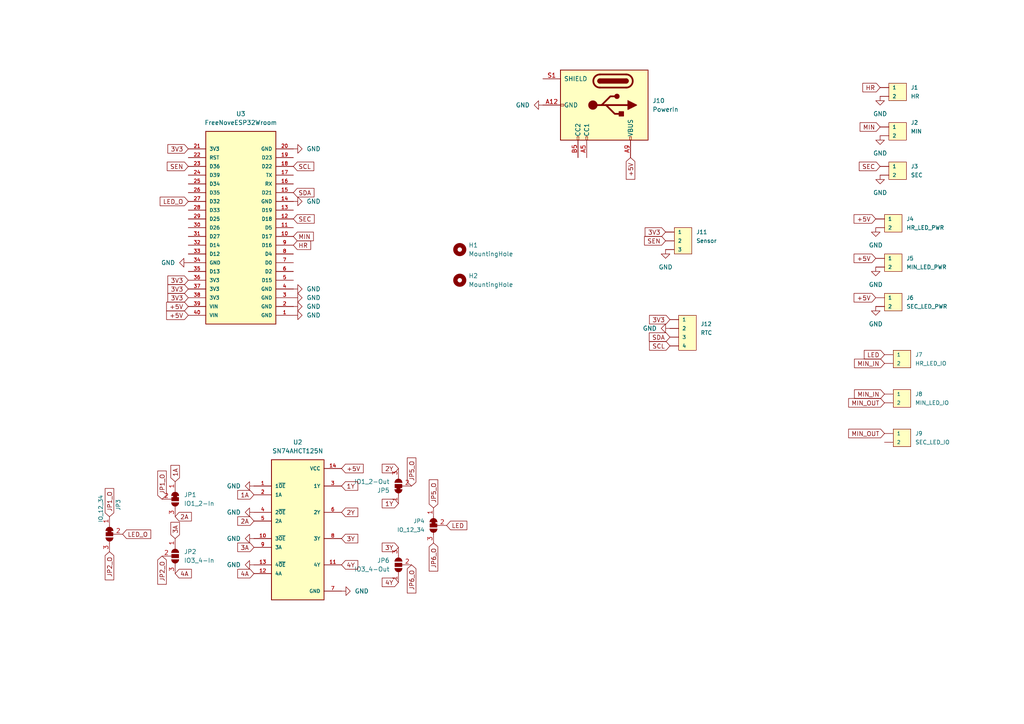
<source format=kicad_sch>
(kicad_sch (version 20230121) (generator eeschema)
  (paper "A4")
  (lib_symbols
    (symbol "CONN_02LOCK_1" (pin_numbers hide) (pin_names (offset 1.016))
      (property "Reference" "J" (at -5.08 5.08 0))
      (property "Value" "CONN_02LOCK" (at -5.08 -3.81 0))
      (property "Field4" "XXX-00000" (at 0 8.89 0))
      (symbol "CONN_02LOCK_1_1_0"
        (rectangle (start 0 -1.27) (end -5.08 3.81) (fill (type background)))
      )
      (symbol "CONN_02LOCK_1_1_1"
        (pin passive line (at 2.54 0 180) (length 2.54) (name "1") (number "1"))
        (pin passive line (at 2.54 2.54 180) (length 2.54) (name "2") (number "2"))
      )
    )
    (symbol "CONN_02LOCK_2" (pin_numbers hide) (pin_names (offset 1.016))
      (property "Reference" "J" (at -5.08 5.08 0))
      (property "Value" "CONN_02LOCK" (at -5.08 -3.81 0))
      (property "Field4" "XXX-00000" (at 0 8.89 0))
      (symbol "CONN_02LOCK_2_1_0"
        (rectangle (start 0 -1.27) (end -5.08 3.81) (fill (type background)))
      )
      (symbol "CONN_02LOCK_2_1_1"
        (pin passive line (at 2.54 0 180) (length 2.54) (name "1") (number "1"))
        (pin passive line (at 2.54 2.54 180) (length 2.54) (name "2") (number "2"))
      )
    )
    (symbol "CONN_02LOCK_3" (pin_numbers hide) (pin_names (offset 1.016))
      (property "Reference" "J" (at -5.08 5.08 0))
      (property "Value" "CONN_02LOCK" (at -5.08 -3.81 0))
      (property "Field4" "XXX-00000" (at 0 8.89 0))
      (symbol "CONN_02LOCK_3_1_0"
        (rectangle (start 0 -1.27) (end -5.08 3.81) (fill (type background)))
      )
      (symbol "CONN_02LOCK_3_1_1"
        (pin passive line (at 2.54 0 180) (length 2.54) (name "1") (number "1"))
        (pin passive line (at 2.54 2.54 180) (length 2.54) (name "2") (number "2"))
      )
    )
    (symbol "CONN_02LOCK_4" (pin_numbers hide) (pin_names (offset 1.016))
      (property "Reference" "J" (at -5.08 5.08 0))
      (property "Value" "CONN_02LOCK" (at -5.08 -3.81 0))
      (property "Field4" "XXX-00000" (at 0 8.89 0))
      (symbol "CONN_02LOCK_4_1_0"
        (rectangle (start 0 -1.27) (end -5.08 3.81) (fill (type background)))
      )
      (symbol "CONN_02LOCK_4_1_1"
        (pin passive line (at 2.54 0 180) (length 2.54) (name "1") (number "1"))
        (pin passive line (at 2.54 2.54 180) (length 2.54) (name "2") (number "2"))
      )
    )
    (symbol "CONN_02LOCK_5" (pin_numbers hide) (pin_names (offset 1.016))
      (property "Reference" "J" (at -5.08 5.08 0))
      (property "Value" "CONN_02LOCK" (at -5.08 -3.81 0))
      (property "Field4" "XXX-00000" (at 0 8.89 0))
      (symbol "CONN_02LOCK_5_1_0"
        (rectangle (start 0 -1.27) (end -5.08 3.81) (fill (type background)))
      )
      (symbol "CONN_02LOCK_5_1_1"
        (pin passive line (at 2.54 0 180) (length 2.54) (name "1") (number "1"))
        (pin passive line (at 2.54 2.54 180) (length 2.54) (name "2") (number "2"))
      )
    )
    (symbol "CONN_02LOCK_6" (pin_numbers hide) (pin_names (offset 1.016))
      (property "Reference" "J" (at -5.08 5.08 0))
      (property "Value" "CONN_02LOCK" (at -5.08 -3.81 0))
      (property "Field4" "XXX-00000" (at 0 8.89 0))
      (symbol "CONN_02LOCK_6_1_0"
        (rectangle (start 0 -1.27) (end -5.08 3.81) (fill (type background)))
      )
      (symbol "CONN_02LOCK_6_1_1"
        (pin passive line (at 2.54 0 180) (length 2.54) (name "1") (number "1"))
        (pin passive line (at 2.54 2.54 180) (length 2.54) (name "2") (number "2"))
      )
    )
    (symbol "CONN_02LOCK_7" (pin_numbers hide) (pin_names (offset 1.016))
      (property "Reference" "J" (at -5.08 5.08 0))
      (property "Value" "CONN_02LOCK" (at -5.08 -3.81 0))
      (property "Field4" "XXX-00000" (at 0 8.89 0))
      (symbol "CONN_02LOCK_7_1_0"
        (rectangle (start 0 -1.27) (end -5.08 3.81) (fill (type background)))
      )
      (symbol "CONN_02LOCK_7_1_1"
        (pin passive line (at 2.54 0 180) (length 2.54) (name "1") (number "1"))
        (pin passive line (at 2.54 2.54 180) (length 2.54) (name "2") (number "2"))
      )
    )
    (symbol "CONN_02LOCK_8" (pin_numbers hide) (pin_names (offset 1.016))
      (property "Reference" "J" (at -5.08 5.08 0))
      (property "Value" "CONN_02LOCK" (at -5.08 -3.81 0))
      (property "Field4" "XXX-00000" (at 0 8.89 0))
      (symbol "CONN_02LOCK_8_1_0"
        (rectangle (start 0 -1.27) (end -5.08 3.81) (fill (type background)))
      )
      (symbol "CONN_02LOCK_8_1_1"
        (pin passive line (at 2.54 0 180) (length 2.54) (name "1") (number "1"))
        (pin passive line (at 2.54 2.54 180) (length 2.54) (name "2") (number "2"))
      )
    )
    (symbol "Connector:USB_C_Receptacle_PowerOnly_6P" (pin_names (offset 1.016))
      (property "Reference" "J" (at 0 16.51 0))
      (property "Value" "USB_C_Receptacle_PowerOnly_6P" (at 0 13.97 0))
      (symbol "USB_C_Receptacle_PowerOnly_6P_0_0"
        (rectangle (start -0.254 -12.7) (end 0.254 -11.684))
        (rectangle (start 10.16 -7.366) (end 9.144 -7.874))
        (rectangle (start 10.16 -4.826) (end 9.144 -5.334))
        (rectangle (start 10.16 7.874) (end 9.144 7.366))
      )
      (symbol "USB_C_Receptacle_PowerOnly_6P_0_1"
        (rectangle (start -10.16 12.7) (end 10.16 -12.7) (stroke (width 0.254)) (fill (type background)))
        (arc (start -8.89 -1.27) (mid -6.985 -3.1667) (end -5.08 -1.27) (stroke (width 0.508)))
        (arc (start -7.62 -1.27) (mid -6.985 -1.9023) (end -6.35 -1.27) (stroke (width 0.254)))
        (arc (start -7.62 -1.27) (mid -6.985 -1.9023) (end -6.35 -1.27) (stroke (width 0.254)) (fill (type outline)))
        (rectangle (start -7.62 -1.27) (end -6.35 6.35) (stroke (width 0.254)) (fill (type outline)))
        (arc (start -6.35 6.35) (mid -6.985 6.9823) (end -7.62 6.35) (stroke (width 0.254)))
        (arc (start -6.35 6.35) (mid -6.985 6.9823) (end -7.62 6.35) (stroke (width 0.254)) (fill (type outline)))
        (arc (start -5.08 6.35) (mid -6.985 8.2467) (end -8.89 6.35) (stroke (width 0.508)))
        (circle (center -2.54 3.683) (radius 0.635) (stroke (width 0.254)) (fill (type outline)))
        (circle (center 0 -3.302) (radius 1.27) (fill (type outline)))
        (polyline (pts (xy -8.89 -1.27) (xy -8.89 6.35)) (stroke (width 0.508)))
        (polyline (pts (xy -5.08 6.35) (xy -5.08 -1.27)) (stroke (width 0.508)))
        (polyline (pts (xy 0 -3.302) (xy 0 6.858)) (stroke (width 0.508)))
        (polyline (pts (xy 0 -0.762) (xy -2.54 1.778) (xy -2.54 3.048)) (stroke (width 0.508)))
        (polyline (pts (xy 0 0.508) (xy 2.54 3.048) (xy 2.54 4.318)) (stroke (width 0.508)))
        (polyline (pts (xy -1.27 6.858) (xy 0 9.398) (xy 1.27 6.858) (xy -1.27 6.858)) (stroke (width 0.254)) (fill (type outline)))
        (rectangle (start 1.905 4.318) (end 3.175 5.588) (stroke (width 0.254)) (fill (type outline)))
      )
      (symbol "USB_C_Receptacle_PowerOnly_6P_1_1"
        (pin passive line (at 0 -17.78 90) (length 5.08) (name "GND") (number "A12"))
        (pin bidirectional line (at 15.24 -5.08 180) (length 5.08) (name "CC1") (number "A5"))
        (pin passive line (at 15.24 7.62 180) (length 5.08) (name "VBUS") (number "A9"))
        (pin passive line (at 0 -17.78 90) (length 5.08) hide (name "GND") (number "B12"))
        (pin bidirectional line (at 15.24 -7.62 180) (length 5.08) (name "CC2") (number "B5"))
        (pin passive line (at 15.24 7.62 180) (length 5.08) hide (name "VBUS") (number "B9"))
        (pin passive line (at -7.62 -17.78 90) (length 5.08) (name "SHIELD") (number "S1"))
      )
    )
    (symbol "FreeNoveESP32Wroom:FreeNoveESP32Wroom" (pin_names (offset 1.016))
      (property "Reference" "U" (at -10.16 30.48 0))
      (property "Value" "FreeNoveESP32Wroom" (at -10.16 -30.48 0))
      (symbol "FreeNoveESP32Wroom_0_0"
        (rectangle (start -10.16 27.94) (end 10.16 -27.94) (stroke (width 0.254)) (fill (type background)))
      )
      (symbol "FreeNoveESP32Wroom_1_0"
        (pin power_in line (at 15.24 -25.4 180) (length 5.08) (name "GND") (number "1"))
        (pin bidirectional line (at 15.24 -2.54 180) (length 5.08) (name "D17") (number "10"))
        (pin bidirectional line (at 15.24 0 180) (length 5.08) (name "D5") (number "11"))
        (pin bidirectional line (at 15.24 2.54 180) (length 5.08) (name "D18") (number "12"))
        (pin bidirectional line (at 15.24 5.08 180) (length 5.08) (name "D19") (number "13"))
        (pin power_in line (at 15.24 7.62 180) (length 5.08) (name "GND") (number "14"))
        (pin bidirectional line (at 15.24 10.16 180) (length 5.08) (name "D21") (number "15"))
        (pin input line (at 15.24 12.7 180) (length 5.08) (name "RX") (number "16"))
        (pin output line (at 15.24 15.24 180) (length 5.08) (name "TX") (number "17"))
        (pin bidirectional line (at 15.24 17.78 180) (length 5.08) (name "D22") (number "18"))
        (pin bidirectional line (at 15.24 20.32 180) (length 5.08) (name "D23") (number "19"))
        (pin power_in line (at 15.24 -22.86 180) (length 5.08) (name "GND") (number "2"))
        (pin power_in line (at 15.24 22.86 180) (length 5.08) (name "GND") (number "20"))
        (pin output line (at -15.24 22.86 0) (length 5.08) (name "3V3") (number "21"))
        (pin bidirectional line (at -15.24 20.32 0) (length 5.08) (name "RST") (number "22"))
        (pin bidirectional line (at -15.24 17.78 0) (length 5.08) (name "D36") (number "23"))
        (pin bidirectional line (at -15.24 15.24 0) (length 5.08) (name "D39") (number "24"))
        (pin bidirectional line (at -15.24 12.7 0) (length 5.08) (name "D34") (number "25"))
        (pin bidirectional line (at -15.24 10.16 0) (length 5.08) (name "D35") (number "26"))
        (pin bidirectional line (at -15.24 7.62 0) (length 5.08) (name "D32") (number "27"))
        (pin bidirectional line (at -15.24 5.08 0) (length 5.08) (name "D33") (number "28"))
        (pin bidirectional line (at -15.24 2.54 0) (length 5.08) (name "D25") (number "29"))
        (pin power_in line (at 15.24 -20.32 180) (length 5.08) (name "GND") (number "3"))
        (pin bidirectional line (at -15.24 0 0) (length 5.08) (name "D26") (number "30"))
        (pin bidirectional line (at -15.24 -2.54 0) (length 5.08) (name "D27") (number "31"))
        (pin bidirectional line (at -15.24 -5.08 0) (length 5.08) (name "D14") (number "32"))
        (pin bidirectional line (at -15.24 -7.62 0) (length 5.08) (name "D12") (number "33"))
        (pin power_in line (at -15.24 -10.16 0) (length 5.08) (name "GND") (number "34"))
        (pin bidirectional line (at -15.24 -12.7 0) (length 5.08) (name "D13") (number "35"))
        (pin output line (at -15.24 -15.24 0) (length 5.08) (name "3V3") (number "36"))
        (pin output line (at -15.24 -17.78 0) (length 5.08) (name "3V3") (number "37"))
        (pin output line (at -15.24 -20.32 0) (length 5.08) (name "3V3") (number "38"))
        (pin input line (at -15.24 -22.86 0) (length 5.08) (name "VIN") (number "39"))
        (pin power_in line (at 15.24 -17.78 180) (length 5.08) (name "GND") (number "4"))
        (pin input line (at -15.24 -25.4 0) (length 5.08) (name "VIN") (number "40"))
        (pin bidirectional line (at 15.24 -15.24 180) (length 5.08) (name "D15") (number "5"))
        (pin bidirectional line (at 15.24 -12.7 180) (length 5.08) (name "D2") (number "6"))
        (pin bidirectional line (at 15.24 -10.16 180) (length 5.08) (name "D0") (number "7"))
        (pin bidirectional line (at 15.24 -7.62 180) (length 5.08) (name "D4") (number "8"))
        (pin bidirectional line (at 15.24 -5.08 180) (length 5.08) (name "D16") (number "9"))
      )
    )
    (symbol "Jumper:SolderJumper_3_Bridged12" (pin_names (offset 0) hide)
      (property "Reference" "JP" (at -2.54 -2.54 0))
      (property "Value" "SolderJumper_3_Bridged12" (at 0 2.794 0))
      (symbol "SolderJumper_3_Bridged12_0_1"
        (rectangle (start -1.016 0.508) (end -0.508 -0.508) (fill (type outline)))
        (arc (start -1.016 1.016) (mid -2.0276 0) (end -1.016 -1.016))
        (arc (start -1.016 1.016) (mid -2.0276 0) (end -1.016 -1.016) (fill (type outline)))
        (rectangle (start -0.508 1.016) (end 0.508 -1.016) (fill (type outline)))
        (polyline (pts (xy -2.54 0) (xy -2.032 0)))
        (polyline (pts (xy -1.016 1.016) (xy -1.016 -1.016)))
        (polyline (pts (xy 0 -1.27) (xy 0 -1.016)))
        (polyline (pts (xy 1.016 1.016) (xy 1.016 -1.016)))
        (polyline (pts (xy 2.54 0) (xy 2.032 0)))
        (arc (start 1.016 -1.016) (mid 2.0276 0) (end 1.016 1.016))
        (arc (start 1.016 -1.016) (mid 2.0276 0) (end 1.016 1.016) (fill (type outline)))
      )
      (symbol "SolderJumper_3_Bridged12_1_1"
        (pin passive line (at -5.08 0 0) (length 2.54) (name "A") (number "1"))
        (pin passive line (at 0 -3.81 90) (length 2.54) (name "C") (number "2"))
        (pin passive line (at 5.08 0 180) (length 2.54) (name "B") (number "3"))
      )
    )
    (symbol "Jumper:SolderJumper_3_Open" (pin_names (offset 0) hide)
      (property "Reference" "JP" (at -2.54 -2.54 0))
      (property "Value" "SolderJumper_3_Open" (at 0 2.794 0))
      (symbol "SolderJumper_3_Open_0_1"
        (arc (start -1.016 1.016) (mid -2.0276 0) (end -1.016 -1.016))
        (arc (start -1.016 1.016) (mid -2.0276 0) (end -1.016 -1.016) (fill (type outline)))
        (rectangle (start -0.508 1.016) (end 0.508 -1.016) (fill (type outline)))
        (polyline (pts (xy -2.54 0) (xy -2.032 0)))
        (polyline (pts (xy -1.016 1.016) (xy -1.016 -1.016)))
        (polyline (pts (xy 0 -1.27) (xy 0 -1.016)))
        (polyline (pts (xy 1.016 1.016) (xy 1.016 -1.016)))
        (polyline (pts (xy 2.54 0) (xy 2.032 0)))
        (arc (start 1.016 -1.016) (mid 2.0276 0) (end 1.016 1.016))
        (arc (start 1.016 -1.016) (mid 2.0276 0) (end 1.016 1.016) (fill (type outline)))
      )
      (symbol "SolderJumper_3_Open_1_1"
        (pin passive line (at -5.08 0 0) (length 2.54) (name "A") (number "1"))
        (pin passive line (at 0 -3.81 90) (length 2.54) (name "C") (number "2"))
        (pin passive line (at 5.08 0 180) (length 2.54) (name "B") (number "3"))
      )
    )
    (symbol "Mechanical:MountingHole" (pin_names (offset 1.016))
      (property "Reference" "H" (at 0 5.08 0))
      (property "Value" "MountingHole" (at 0 3.175 0))
      (symbol "MountingHole_0_1"
        (circle (center 0 0) (radius 1.27) (stroke (width 1.27)))
      )
    )
    (symbol "SN74AHCT125N:SN74AHCT125N" (pin_names (offset 1.016))
      (property "Reference" "U" (at -7.62 21.082 0))
      (property "Value" "SN74AHCT125N" (at -7.62 -22.86 0))
      (symbol "SN74AHCT125N_0_0"
        (rectangle (start -7.62 -20.32) (end 7.62 20.32) (stroke (width 0.254)) (fill (type background)))
        (pin input line (at -12.7 12.7 0) (length 5.08) (name "1~{OE}") (number "1"))
        (pin input line (at -12.7 -2.54 0) (length 5.08) (name "3~{OE}") (number "10"))
        (pin output line (at 12.7 -10.16 180) (length 5.08) (name "4Y") (number "11"))
        (pin input line (at -12.7 -12.7 0) (length 5.08) (name "4A") (number "12"))
        (pin input line (at -12.7 -10.16 0) (length 5.08) (name "4~{OE}") (number "13"))
        (pin power_in line (at 12.7 17.78 180) (length 5.08) (name "VCC") (number "14"))
        (pin input line (at -12.7 10.16 0) (length 5.08) (name "1A") (number "2"))
        (pin output line (at 12.7 12.7 180) (length 5.08) (name "1Y") (number "3"))
        (pin input line (at -12.7 5.08 0) (length 5.08) (name "2~{OE}") (number "4"))
        (pin input line (at -12.7 2.54 0) (length 5.08) (name "2A") (number "5"))
        (pin output line (at 12.7 5.08 180) (length 5.08) (name "2Y") (number "6"))
        (pin power_in line (at 12.7 -17.78 180) (length 5.08) (name "GND") (number "7"))
        (pin output line (at 12.7 -2.54 180) (length 5.08) (name "3Y") (number "8"))
        (pin input line (at -12.7 -5.08 0) (length 5.08) (name "3A") (number "9"))
      )
    )
    (symbol "SparkFun-Connectors:CONN_02LOCK" (pin_numbers hide) (pin_names (offset 1.016))
      (property "Reference" "J" (at -5.08 5.08 0))
      (property "Value" "CONN_02LOCK" (at -5.08 -3.81 0))
      (property "Field4" "XXX-00000" (at 0 8.89 0))
      (symbol "CONN_02LOCK_1_0"
        (rectangle (start 0 -1.27) (end -5.08 3.81) (fill (type background)))
      )
      (symbol "CONN_02LOCK_1_1"
        (pin passive line (at 2.54 0 180) (length 2.54) (name "1") (number "1"))
        (pin passive line (at 2.54 2.54 180) (length 2.54) (name "2") (number "2"))
      )
    )
    (symbol "SparkFun-Connectors:CONN_03LOCK" (pin_numbers hide) (pin_names (offset 1.016))
      (property "Reference" "J" (at -3.81 7.62 0))
      (property "Value" "CONN_03LOCK" (at -3.81 -3.81 0))
      (property "Field4" "XXX-00000" (at 0 11.43 0))
      (symbol "CONN_03LOCK_0_1"
        (rectangle (start 1.27 -1.27) (end -3.81 6.35) (fill (type background)))
      )
      (symbol "CONN_03LOCK_1_1"
        (pin passive line (at 3.81 0 180) (length 2.54) (name "1") (number "1"))
        (pin passive line (at 3.81 2.54 180) (length 2.54) (name "2") (number "2"))
        (pin passive line (at 3.81 5.08 180) (length 2.54) (name "3") (number "3"))
      )
    )
    (symbol "SparkFun-Connectors:CONN_04" (pin_numbers hide) (pin_names (offset 1.016))
      (property "Reference" "J" (at -5.08 10.16 0))
      (property "Value" "CONN_04" (at -5.08 -3.81 0))
      (property "Field4" "CONN-09696" (at 0 13.97 0))
      (symbol "CONN_04_0_1"
        (rectangle (start 0 -1.27) (end -5.08 8.89) (fill (type background)))
      )
      (symbol "CONN_04_1_1"
        (pin passive line (at 2.54 0 180) (length 2.54) (name "1") (number "1"))
        (pin passive line (at 2.54 2.54 180) (length 2.54) (name "2") (number "2"))
        (pin passive line (at 2.54 5.08 180) (length 2.54) (name "3") (number "3"))
        (pin passive line (at 2.54 7.62 180) (length 2.54) (name "4") (number "4"))
      )
    )
    (symbol "power:GND" (power) (pin_names (offset 0))
      (property "Value" "GND" (at 0 -3.81 0))
      (symbol "GND_0_1"
        (polyline (pts (xy 0 0) (xy 0 -1.27) (xy 1.27 -1.27) (xy 0 -2.54) (xy -1.27 -1.27) (xy 0 -1.27)))
      )
      (symbol "GND_1_1"
        (pin power_in line (at 0 0 270) (length 0) hide (name "GND") (number "1"))
      )
    )
  )
  (global_label "3V3" (shape input) (at 54.61 86.36 180) (property "Intersheetrefs" "${INTERSHEET_REFS}" (effects hide)))
  (global_label "1A" (shape input) (at 73.66 143.51 180) (property "Intersheetrefs" "${INTERSHEET_REFS}" (effects hide)))
  (global_label "SEC" (shape input) (at 85.09 63.5 0) (property "Intersheetrefs" "${INTERSHEET_REFS}" (effects hide)))
  (global_label "2A" (shape input) (at 73.66 151.13 180) (property "Intersheetrefs" "${INTERSHEET_REFS}" (effects hide)))
  (global_label "+5V" (shape input) (at 99.06 135.89 0) (property "Intersheetrefs" "${INTERSHEET_REFS}" (effects hide)))
  (global_label "JP2_O" (shape input) (at 31.75 160.02 270) (property "Intersheetrefs" "${INTERSHEET_REFS}" (effects hide)))
  (global_label "HR" (shape input) (at 85.09 71.12 0) (property "Intersheetrefs" "${INTERSHEET_REFS}" (effects hide)))
  (global_label "SCL" (shape input) (at 194.31 100.33 180) (property "Intersheetrefs" "${INTERSHEET_REFS}" (effects hide)))
  (global_label "JP1_O" (shape input) (at 31.75 149.86 90) (property "Intersheetrefs" "${INTERSHEET_REFS}" (effects hide)))
  (global_label "SDA" (shape input) (at 85.09 55.88 0) (property "Intersheetrefs" "${INTERSHEET_REFS}" (effects hide)))
  (global_label "+5V" (shape input) (at 254 86.36 180) (property "Intersheetrefs" "${INTERSHEET_REFS}" (effects hide)))
  (global_label "1Y" (shape input) (at 115.57 146.05 180) (property "Intersheetrefs" "${INTERSHEET_REFS}" (effects hide)))
  (global_label "HR" (shape input) (at 255.27 25.4 180) (property "Intersheetrefs" "${INTERSHEET_REFS}" (effects hide)))
  (global_label "3A" (shape input) (at 73.66 158.75 180) (property "Intersheetrefs" "${INTERSHEET_REFS}" (effects hide)))
  (global_label "4A" (shape input) (at 50.8 166.37 0) (property "Intersheetrefs" "${INTERSHEET_REFS}" (effects hide)))
  (global_label "LED" (shape input) (at 129.54 152.4 0) (property "Intersheetrefs" "${INTERSHEET_REFS}" (effects hide)))
  (global_label "3Y" (shape input) (at 115.57 158.75 180) (property "Intersheetrefs" "${INTERSHEET_REFS}" (effects hide)))
  (global_label "1Y" (shape input) (at 99.06 140.97 0) (property "Intersheetrefs" "${INTERSHEET_REFS}" (effects hide)))
  (global_label "JP6_O" (shape input) (at 119.38 163.83 270) (property "Intersheetrefs" "${INTERSHEET_REFS}" (effects hide)))
  (global_label "2A" (shape input) (at 50.8 149.86 0) (property "Intersheetrefs" "${INTERSHEET_REFS}" (effects hide)))
  (global_label "SEC" (shape input) (at 255.27 48.26 180) (property "Intersheetrefs" "${INTERSHEET_REFS}" (effects hide)))
  (global_label "SDA" (shape input) (at 194.31 97.79 180) (property "Intersheetrefs" "${INTERSHEET_REFS}" (effects hide)))
  (global_label "LED_O" (shape input) (at 35.56 154.94 0) (property "Intersheetrefs" "${INTERSHEET_REFS}" (effects hide)))
  (global_label "+5V" (shape input) (at 54.61 91.44 180) (property "Intersheetrefs" "${INTERSHEET_REFS}" (effects hide)))
  (global_label "4Y" (shape input) (at 115.57 168.91 180) (property "Intersheetrefs" "${INTERSHEET_REFS}" (effects hide)))
  (global_label "4Y" (shape input) (at 99.06 163.83 0) (property "Intersheetrefs" "${INTERSHEET_REFS}" (effects hide)))
  (global_label "3A" (shape input) (at 50.8 156.21 90) (property "Intersheetrefs" "${INTERSHEET_REFS}" (effects hide)))
  (global_label "4A" (shape input) (at 73.66 166.37 180) (property "Intersheetrefs" "${INTERSHEET_REFS}" (effects hide)))
  (global_label "JP5_O" (shape input) (at 125.73 147.32 90) (property "Intersheetrefs" "${INTERSHEET_REFS}" (effects hide)))
  (global_label "+5V" (shape input) (at 254 74.93 180) (property "Intersheetrefs" "${INTERSHEET_REFS}" (effects hide)))
  (global_label "3Y" (shape input) (at 99.06 156.21 0) (property "Intersheetrefs" "${INTERSHEET_REFS}" (effects hide)))
  (global_label "3V3" (shape input) (at 193.04 67.31 180) (property "Intersheetrefs" "${INTERSHEET_REFS}" (effects hide)))
  (global_label "3V3" (shape input) (at 194.31 92.71 180) (property "Intersheetrefs" "${INTERSHEET_REFS}" (effects hide)))
  (global_label "MIN_IN" (shape input) (at 256.54 114.3 180) (property "Intersheetrefs" "${INTERSHEET_REFS}" (effects hide)))
  (global_label "3V3" (shape input) (at 54.61 81.28 180) (property "Intersheetrefs" "${INTERSHEET_REFS}" (effects hide)))
  (global_label "LED" (shape input) (at 256.54 102.87 180) (property "Intersheetrefs" "${INTERSHEET_REFS}" (effects hide)))
  (global_label "+5V" (shape input) (at 182.88 45.72 270) (property "Intersheetrefs" "${INTERSHEET_REFS}" (effects hide)))
  (global_label "MIN_IN" (shape input) (at 256.54 105.41 180) (property "Intersheetrefs" "${INTERSHEET_REFS}" (effects hide)))
  (global_label "SEN" (shape input) (at 54.61 48.26 180) (property "Intersheetrefs" "${INTERSHEET_REFS}" (effects hide)))
  (global_label "1A" (shape input) (at 50.8 139.7 90) (property "Intersheetrefs" "${INTERSHEET_REFS}" (effects hide)))
  (global_label "3V3" (shape input) (at 54.61 43.18 180) (property "Intersheetrefs" "${INTERSHEET_REFS}" (effects hide)))
  (global_label "MIN_OUT" (shape input) (at 256.54 125.73 180) (property "Intersheetrefs" "${INTERSHEET_REFS}" (effects hide)))
  (global_label "JP2_O" (shape input) (at 46.99 161.29 270) (property "Intersheetrefs" "${INTERSHEET_REFS}" (effects hide)))
  (global_label "SCL" (shape input) (at 85.09 48.26 0) (property "Intersheetrefs" "${INTERSHEET_REFS}" (effects hide)))
  (global_label "+5V" (shape input) (at 254 63.5 180) (property "Intersheetrefs" "${INTERSHEET_REFS}" (effects hide)))
  (global_label "2Y" (shape input) (at 115.57 135.89 180) (property "Intersheetrefs" "${INTERSHEET_REFS}" (effects hide)))
  (global_label "JP5_O" (shape input) (at 119.38 140.97 90) (property "Intersheetrefs" "${INTERSHEET_REFS}" (effects hide)))
  (global_label "MIN_OUT" (shape input) (at 256.54 116.84 180) (property "Intersheetrefs" "${INTERSHEET_REFS}" (effects hide)))
  (global_label "JP1_O" (shape input) (at 46.99 144.78 90) (property "Intersheetrefs" "${INTERSHEET_REFS}" (effects hide)))
  (global_label "+5V" (shape input) (at 54.61 88.9 180) (property "Intersheetrefs" "${INTERSHEET_REFS}" (effects hide)))
  (global_label "MIN" (shape input) (at 255.27 36.83 180) (property "Intersheetrefs" "${INTERSHEET_REFS}" (effects hide)))
  (global_label "JP6_O" (shape input) (at 125.73 157.48 270) (property "Intersheetrefs" "${INTERSHEET_REFS}" (effects hide)))
  (global_label "SEN" (shape input) (at 193.04 69.85 180) (property "Intersheetrefs" "${INTERSHEET_REFS}" (effects hide)))
  (global_label "3V3" (shape input) (at 54.61 83.82 180) (property "Intersheetrefs" "${INTERSHEET_REFS}" (effects hide)))
  (global_label "MIN" (shape input) (at 85.09 68.58 0) (property "Intersheetrefs" "${INTERSHEET_REFS}" (effects hide)))
  (global_label "2Y" (shape input) (at 99.06 148.59 0) (property "Intersheetrefs" "${INTERSHEET_REFS}" (effects hide)))
  (global_label "LED_O" (shape input) (at 54.61 58.42 180) (property "Intersheetrefs" "${INTERSHEET_REFS}" (effects hide)))
  (symbol (lib_id "power:GND") (at 193.04 72.39 0) (unit 1)
    (property "Reference" "#PWR014" (effects hide))
    (property "Value" "GND" (at 193.04 77.47 0))
  )
  (symbol (lib_name "CONN_02LOCK_2") (lib_id "SparkFun-Connectors:CONN_02LOCK") (at 257.81 48.26 180) (unit 1)
    (property "Reference" "J3" (at 264.16 48.26 0) (effects (font (size 1.143 1.143)) (justify right)))
    (property "Value" "SEC" (at 264.16 50.8 0) (effects (font (size 1.143 1.143)) (justify right)))
    (property "Footprint" "SparkFun-Connector:SCREWTERMINAL-3.5MM-2" (effects hide))
  )
  (symbol (lib_id "power:GND") (at 157.48 30.48 270) (unit 1)
    (property "Reference" "#PWR013" (effects hide))
    (property "Value" "GND" (at 153.67 30.48 90) (effects (justify right)))
  )
  (symbol (lib_id "Mechanical:MountingHole") (at 133.35 81.28 0) (unit 1)
    (property "Reference" "H2" (at 135.89 80.01 0) (effects (justify left)))
    (property "Value" "MountingHole" (at 135.89 82.55 0) (effects (justify left)))
    (property "Footprint" "MountingHole:MountingHole_3mm" (effects hide))
  )
  (symbol (lib_id "power:GND") (at 54.61 76.2 270) (unit 1)
    (property "Reference" "#PWR019" (effects hide))
    (property "Value" "GND" (at 50.8 76.2 90) (effects (justify right)))
  )
  (symbol (lib_id "Jumper:SolderJumper_3_Bridged12") (at 31.75 154.94 90) (mirror x) (unit 1)
    (property "Reference" "JP3" (at 34.29 144.78 0) (effects (font (size 1.143 1.143)) (justify left)))
    (property "Value" "IO_12_34" (at 29.21 143.51 0) (effects (font (size 1.143 1.143)) (justify left)))
    (property "Footprint" "Jumper:SolderJumper-3_P1.3mm_Bridged2Bar12_Pad1.0x1.5mm_NumberLabels" (effects hide))
  )
  (symbol (lib_id "power:GND") (at 85.09 88.9 90) (unit 1)
    (property "Reference" "#PWR016" (effects hide))
    (property "Value" "GND" (at 88.9 88.9 90) (effects (justify right)))
  )
  (symbol (lib_id "SparkFun-Connectors:CONN_02LOCK") (at 257.81 25.4 180) (unit 1)
    (property "Reference" "J1" (at 264.16 25.4 0) (effects (font (size 1.143 1.143)) (justify right)))
    (property "Value" "HR" (at 264.16 27.94 0) (effects (font (size 1.143 1.143)) (justify right)))
    (property "Footprint" "SparkFun-Connector:SCREWTERMINAL-3.5MM-2" (effects hide))
  )
  (symbol (lib_id "power:GND") (at 254 66.04 0) (unit 1)
    (property "Reference" "#PWR05" (effects hide))
    (property "Value" "GND" (at 254 71.12 0))
  )
  (symbol (lib_id "power:GND") (at 255.27 50.8 0) (unit 1)
    (property "Reference" "#PWR02" (effects hide))
    (property "Value" "GND" (at 255.27 55.88 0))
  )
  (symbol (lib_id "Jumper:SolderJumper_3_Open") (at 50.8 161.29 270) (unit 1)
    (property "Reference" "JP2" (at 53.34 160.02 90) (effects (justify left)))
    (property "Value" "IO3_4-In" (at 53.34 162.56 90) (effects (justify left)))
    (property "Footprint" "Jumper:SolderJumper-3_P1.3mm_Open_Pad1.0x1.5mm_NumberLabels" (effects hide))
  )
  (symbol (lib_id "power:GND") (at 73.66 163.83 270) (unit 1)
    (property "Reference" "#PWR012" (effects hide))
    (property "Value" "GND" (at 69.85 163.83 90) (effects (justify right)))
  )
  (symbol (lib_id "power:GND") (at 85.09 86.36 90) (unit 1)
    (property "Reference" "#PWR017" (effects hide))
    (property "Value" "GND" (at 88.9 86.36 90) (effects (justify right)))
  )
  (symbol (lib_id "power:GND") (at 194.31 95.25 270) (unit 1)
    (property "Reference" "#PWR015" (effects hide))
    (property "Value" "GND" (at 190.5 95.25 90) (effects (justify right)))
  )
  (symbol (lib_id "power:GND") (at 254 88.9 0) (unit 1)
    (property "Reference" "#PWR07" (effects hide))
    (property "Value" "GND" (at 254 93.98 0))
  )
  (symbol (lib_id "power:GND") (at 99.06 171.45 90) (unit 1)
    (property "Reference" "#PWR08" (effects hide))
    (property "Value" "GND" (at 102.87 171.45 90) (effects (justify right)))
  )
  (symbol (lib_name "CONN_02LOCK_7") (lib_id "SparkFun-Connectors:CONN_02LOCK") (at 259.08 114.3 180) (unit 1)
    (property "Reference" "J8" (at 265.43 114.3 0) (effects (font (size 1.143 1.143)) (justify right)))
    (property "Value" "MIN_LED_IO" (at 265.43 116.84 0) (effects (font (size 1.143 1.143)) (justify right)))
    (property "Footprint" "SparkFun-Connector:SCREWTERMINAL-3.5MM-2" (effects hide))
  )
  (symbol (lib_id "Jumper:SolderJumper_3_Bridged12") (at 50.8 144.78 270) (unit 1)
    (property "Reference" "JP1" (at 53.34 143.51 90) (effects (justify left)))
    (property "Value" "IO1_2-In" (at 53.34 146.05 90) (effects (justify left)))
    (property "Footprint" "Jumper:SolderJumper-3_P1.3mm_Bridged2Bar12_Pad1.0x1.5mm_NumberLabels" (effects hide))
  )
  (symbol (lib_name "CONN_02LOCK_1") (lib_id "SparkFun-Connectors:CONN_02LOCK") (at 257.81 36.83 180) (unit 1)
    (property "Reference" "J2" (at 264.16 35.56 0) (effects (font (size 1.143 1.143)) (justify right)))
    (property "Value" "MIN" (at 264.16 38.1 0) (effects (font (size 1.143 1.143)) (justify right)))
    (property "Footprint" "SparkFun-Connector:SCREWTERMINAL-3.5MM-2" (effects hide))
  )
  (symbol (lib_name "CONN_02LOCK_8") (lib_id "SparkFun-Connectors:CONN_02LOCK") (at 259.08 125.73 180) (unit 1)
    (property "Reference" "J9" (at 265.43 125.73 0) (effects (font (size 1.143 1.143)) (justify right)))
    (property "Value" "SEC_LED_IO" (at 265.43 128.27 0) (effects (font (size 1.143 1.143)) (justify right)))
    (property "Footprint" "SparkFun-Connector:SCREWTERMINAL-3.5MM-2" (effects hide))
  )
  (symbol (lib_id "Jumper:SolderJumper_3_Open") (at 115.57 163.83 90) (unit 1)
    (property "Reference" "JP6" (at 113.03 162.56 90) (effects (justify left)))
    (property "Value" "IO3_4-Out" (at 113.03 165.1 90) (effects (justify left)))
    (property "Footprint" "Jumper:SolderJumper-3_P1.3mm_Open_Pad1.0x1.5mm_NumberLabels" (effects hide))
  )
  (symbol (lib_name "CONN_02LOCK_6") (lib_id "SparkFun-Connectors:CONN_02LOCK") (at 259.08 102.87 180) (unit 1)
    (property "Reference" "J7" (at 265.43 102.87 0) (effects (font (size 1.143 1.143)) (justify right)))
    (property "Value" "HR_LED_IO" (at 265.43 105.41 0) (effects (font (size 1.143 1.143)) (justify right)))
    (property "Footprint" "SparkFun-Connector:SCREWTERMINAL-3.5MM-2" (effects hide))
  )
  (symbol (lib_id "power:GND") (at 85.09 43.18 90) (unit 1)
    (property "Reference" "#PWR020" (effects hide))
    (property "Value" "GND" (at 88.9 43.18 90) (effects (justify right)))
  )
  (symbol (lib_name "CONN_02LOCK_3") (lib_id "SparkFun-Connectors:CONN_02LOCK") (at 256.54 74.93 180) (unit 1)
    (property "Reference" "J5" (at 262.89 74.93 0) (effects (font (size 1.143 1.143)) (justify right)))
    (property "Value" "MIN_LED_PWR" (at 262.89 77.47 0) (effects (font (size 1.143 1.143)) (justify right)))
    (property "Footprint" "SparkFun-Connector:SCREWTERMINAL-3.5MM-2" (effects hide))
  )
  (symbol (lib_id "Mechanical:MountingHole") (at 133.35 72.39 0) (unit 1)
    (property "Reference" "H1" (at 135.89 71.12 0) (effects (justify left)))
    (property "Value" "MountingHole" (at 135.89 73.66 0) (effects (justify left)))
    (property "Footprint" "MountingHole:MountingHole_3mm" (effects hide))
  )
  (symbol (lib_id "power:GND") (at 254 77.47 0) (unit 1)
    (property "Reference" "#PWR06" (effects hide))
    (property "Value" "GND" (at 254 82.55 0))
  )
  (symbol (lib_id "power:GND") (at 85.09 58.42 90) (unit 1)
    (property "Reference" "#PWR021" (effects hide))
    (property "Value" "GND" (at 88.9 58.42 90) (effects (justify right)))
  )
  (symbol (lib_id "power:GND") (at 73.66 140.97 270) (unit 1)
    (property "Reference" "#PWR010" (effects hide))
    (property "Value" "GND" (at 69.85 140.97 90) (effects (justify right)))
  )
  (symbol (lib_id "power:GND") (at 73.66 148.59 270) (unit 1)
    (property "Reference" "#PWR09" (effects hide))
    (property "Value" "GND" (at 69.85 148.59 90) (effects (justify right)))
  )
  (symbol (lib_id "SN74AHCT125N:SN74AHCT125N") (at 86.36 153.67 0) (unit 1)
    (property "Reference" "U2" (at 86.36 128.27 0))
    (property "Value" "SN74AHCT125N" (at 86.36 130.81 0))
    (property "Footprint" "Symbols:DIP794W45P254L1930H508Q14" (effects hide))
    (property "MF" "Texas Instruments" (effects hide))
    (property "MAXIMUM_PACKAGE_HEIGHT" "5.08mm" (effects hide))
    (property "Package" "PDIP-14 Texas Instruments" (effects hide))
    (property "Price" "None" (effects hide))
    (property "Check_prices" "https://www.snapeda.com/parts/SN74AHCT125N/Texas+Instruments/view-part/?ref=eda" (effects hide))
    (property "STANDARD" "Manufacturer Recommendations" (effects hide))
    (property "PARTREV" "Q" (effects hide))
    (property "SnapEDA_Link" "https://www.snapeda.com/parts/SN74AHCT125N/Texas+Instruments/view-part/?ref=snap" (effects hide))
    (property "MP" "SN74AHCT125N" (effects hide))
    (property "Purchase-URL" "https://www.snapeda.com/api/url_track_click_mouser/?unipart_id=342493&manufacturer=Texas Instruments&part_name=SN74AHCT125N&search_term=None" (effects hide))
    (property "Description" "\n4-ch, 4.5-V to 5.5-V buffers with TTL-compatible CMOS inputs and 3-state outputs\n" (effects hide))
    (property "Availability" "In Stock" (effects hide))
    (property "MANUFACTURER" "Texas Instruments" (effects hide))
  )
  (symbol (lib_id "power:GND") (at 255.27 27.94 0) (unit 1)
    (property "Reference" "#PWR04" (effects hide))
    (property "Value" "GND" (at 255.27 33.02 0))
  )
  (symbol (lib_id "Connector:USB_C_Receptacle_PowerOnly_6P") (at 175.26 30.48 270) (unit 1)
    (property "Reference" "J10" (at 189.23 29.21 90) (effects (justify left)))
    (property "Value" "PowerIn" (at 189.23 31.75 90) (effects (justify left)))
    (property "Footprint" "Symbols:USB_C_Receptacle_GCT_USB4135-GF-A_6P_TopMnt_Thru" (effects hide))
    (property "Datasheet" "https://www.usb.org/sites/default/files/documents/usb_type-c.zip" (effects hide))
  )
  (symbol (lib_id "power:GND") (at 85.09 83.82 90) (unit 1)
    (property "Reference" "#PWR018" (effects hide))
    (property "Value" "GND" (at 88.9 83.82 90) (effects (justify right)))
  )
  (symbol (lib_id "power:GND") (at 73.66 156.21 270) (unit 1)
    (property "Reference" "#PWR011" (effects hide))
    (property "Value" "GND" (at 69.85 156.21 90) (effects (justify right)))
  )
  (symbol (lib_id "Jumper:SolderJumper_3_Bridged12") (at 125.73 152.4 90) (mirror x) (unit 1)
    (property "Reference" "JP4" (at 123.19 151.13 90) (effects (font (size 1.143 1.143)) (justify left)))
    (property "Value" "IO_12_34" (at 123.19 153.67 90) (effects (font (size 1.143 1.143)) (justify left)))
    (property "Footprint" "Jumper:SolderJumper-3_P1.3mm_Bridged2Bar12_Pad1.0x1.5mm_NumberLabels" (effects hide))
  )
  (symbol (lib_name "CONN_02LOCK_5") (lib_id "SparkFun-Connectors:CONN_02LOCK") (at 256.54 86.36 180) (unit 1)
    (property "Reference" "J6" (at 262.89 86.36 0) (effects (font (size 1.143 1.143)) (justify right)))
    (property "Value" "SEC_LED_PWR" (at 262.89 88.9 0) (effects (font (size 1.143 1.143)) (justify right)))
    (property "Footprint" "SparkFun-Connector:SCREWTERMINAL-3.5MM-2" (effects hide))
  )
  (symbol (lib_name "CONN_02LOCK_4") (lib_id "SparkFun-Connectors:CONN_02LOCK") (at 256.54 63.5 180) (unit 1)
    (property "Reference" "J4" (at 262.89 63.5 0) (effects (font (size 1.143 1.143)) (justify right)))
    (property "Value" "HR_LED_PWR" (at 262.89 66.04 0) (effects (font (size 1.143 1.143)) (justify right)))
    (property "Footprint" "SparkFun-Connector:SCREWTERMINAL-3.5MM-2" (effects hide))
  )
  (symbol (lib_id "power:GND") (at 85.09 91.44 90) (unit 1)
    (property "Reference" "#PWR01" (effects hide))
    (property "Value" "GND" (at 88.9 91.44 90) (effects (justify right)))
  )
  (symbol (lib_id "SparkFun-Connectors:CONN_04") (at 196.85 92.71 180) (unit 1)
    (property "Reference" "J12" (at 203.2 93.98 0) (effects (font (size 1.143 1.143)) (justify right)))
    (property "Value" "RTC" (at 203.2 96.52 0) (effects (font (size 1.143 1.143)) (justify right)))
    (property "Footprint" "SparkFun-Connector:1X04" (effects hide))
  )
  (symbol (lib_id "power:GND") (at 255.27 39.37 0) (unit 1)
    (property "Reference" "#PWR03" (effects hide))
    (property "Value" "GND" (at 255.27 44.45 0))
  )
  (symbol (lib_id "Jumper:SolderJumper_3_Bridged12") (at 115.57 140.97 90) (unit 1)
    (property "Reference" "JP5" (at 113.03 142.24 90) (effects (justify left)))
    (property "Value" "IO1_2-Out" (at 113.03 139.7 90) (effects (justify left)))
    (property "Footprint" "Jumper:SolderJumper-3_P1.3mm_Bridged2Bar12_Pad1.0x1.5mm_NumberLabels" (effects hide))
  )
  (symbol (lib_id "SparkFun-Connectors:CONN_03LOCK") (at 196.85 67.31 180) (unit 1)
    (property "Reference" "J11" (at 201.93 67.31 0) (effects (font (size 1.143 1.143)) (justify right)))
    (property "Value" "Sensor" (at 201.93 69.85 0) (effects (font (size 1.143 1.143)) (justify right)))
    (property "Footprint" "SparkFun-Connector:SCREWTERMINAL-3.5MM-3" (effects hide))
  )
  (symbol (lib_id "FreeNoveESP32Wroom:FreeNoveESP32Wroom") (at 69.85 66.04 0) (unit 1)
    (property "Reference" "U3" (at 69.85 33.02 0))
    (property "Value" "FreeNoveESP32Wroom" (at 69.85 35.56 0))
    (property "Footprint" "Symbols:FreeNoveESP32Wroom" (effects hide))
    (property "MAXIMUM_PACKAGE_HEIGHT" "6.8 mm" (effects hide))
    (property "Package" "None" (effects hide))
    (property "Price" "None" (effects hide))
    (property "Check_prices" "https://www.snapeda.com/parts/FreeNoveESP32Wroom/Do+it/view-part/?ref=eda" (effects hide))
    (property "STANDARD" "Manufacturer Recommendations" (effects hide))
    (property "PARTREV" "N/A" (effects hide))
    (property "SnapEDA_Link" "https://www.snapeda.com/parts/FreeNoveESP32Wroom/Do+it/view-part/?ref=snap" (effects hide))
    (property "MP" "FreeNoveESP32Wroom" (effects hide))
    (property "Description" "\nDual core, Wi-Fi: 2.4 GHz up to 150 Mbits/s,BLE (Bluetooth Low Energy) and legacy Bluetooth, 32 bits, Up to 240 MHz\n" (effects hide))
    (property "Availability" "Not in stock" (effects hide))
    (property "MANUFACTURER" "DOIT" (effects hide))
    (property "MF" "Do it" (effects hide))
  )
)
</source>
